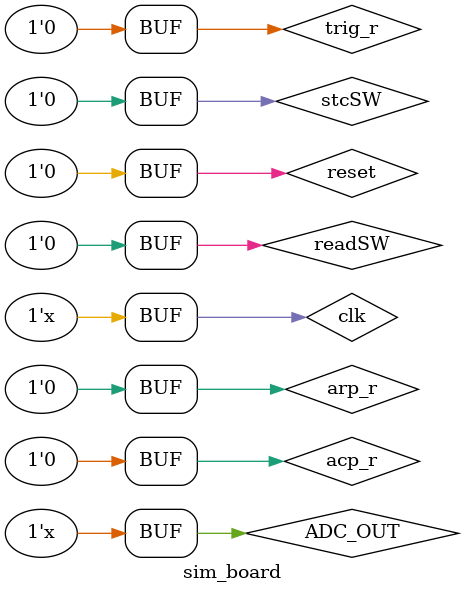
<source format=v>
`timescale 1ns / 1ps


module sim_board;

	// Inputs
	reg reset;
	reg clk;
	reg readSW;
	reg arp_r;
	reg acp_r;
	reg trig_r;
	reg ADC_OUT;
	reg stcSW;

	// Outputs
	wire arp;
	wire acp;
	wire trig;
	wire SPIin;
	wire DAC_CLR;
	wire SPIclk;
	wire DAC_CS;
	wire [6:0] LED;
	wire ADC_CS;
	wire ADC_rst;
	wire AD_CONV;

	// Instantiate the Unit Under Test (UUT)
	radar_board uut (
		.arp(arp), 
		.acp(acp), 
		.trig(trig), 
		.reset(reset), 
		.clk(clk), 
		.SPIin(SPIin), 
		.DAC_CLR(DAC_CLR), 
		.SPIclk(SPIclk), 
		.DAC_CS(DAC_CS), 
		.LED(LED), 
		.readSW(readSW), 
		.ADC_CS(ADC_CS), 
		.arp_r(arp_r), 
		.acp_r(acp_r), 
		.trig_r(trig_r), 
		.ADC_rst(ADC_rst), 
		.AD_CONV(AD_CONV), 
		.ADC_OUT(ADC_OUT),
		.stcSW(stcSW)
	);

	always #10 clk = ~clk;
	always #15 ADC_OUT = ~ADC_OUT;
	
	initial begin
		// Initialize Inputs
		reset = 1;
		clk = 0;
		readSW = 0;
		arp_r = 0;
		acp_r = 0;
		trig_r = 0;
		ADC_OUT = 0;
		stcSW = 1;
		// Wait 100 ns for global reset to finish
		#100;
        reset = 0;
		// Add stimulus here
	#10000;
	stcSW = 0;
	end
      
endmodule


</source>
